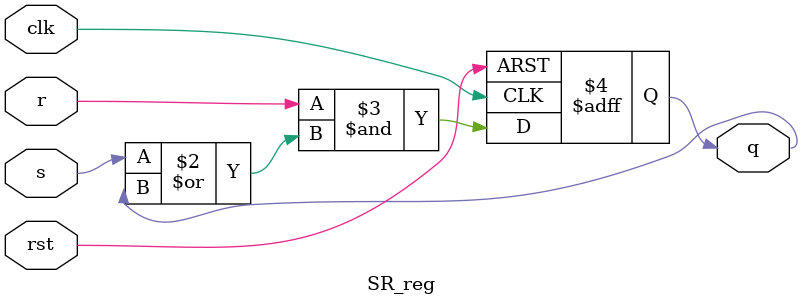
<source format=v>
`timescale 1ns / 1ps


module SR_reg(
    input wire rst,
    input wire clk,
    input wire s,
    input wire r,
    output reg q
    
    );
    
    always @(posedge clk, posedge rst) begin
        if (rst) q <= 1'b0;
        else q <= (r) & (s|q);
    end
endmodule

</source>
